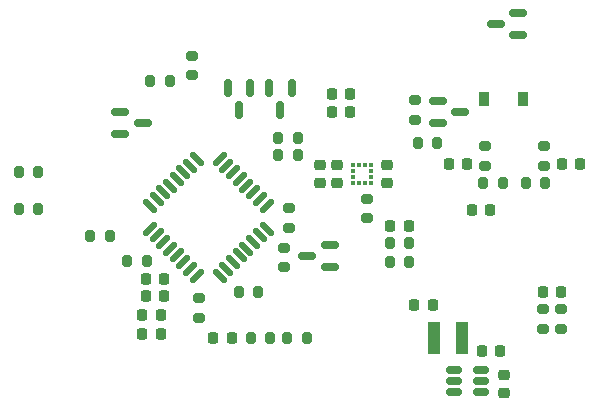
<source format=gbr>
%TF.GenerationSoftware,KiCad,Pcbnew,6.0.2-1.fc35*%
%TF.CreationDate,2022-04-22T15:47:54+02:00*%
%TF.ProjectId,LEDnode,4c45446e-6f64-4652-9e6b-696361645f70,rev?*%
%TF.SameCoordinates,Original*%
%TF.FileFunction,Paste,Bot*%
%TF.FilePolarity,Positive*%
%FSLAX46Y46*%
G04 Gerber Fmt 4.6, Leading zero omitted, Abs format (unit mm)*
G04 Created by KiCad (PCBNEW 6.0.2-1.fc35) date 2022-04-22 15:47:54*
%MOMM*%
%LPD*%
G01*
G04 APERTURE LIST*
G04 Aperture macros list*
%AMRoundRect*
0 Rectangle with rounded corners*
0 $1 Rounding radius*
0 $2 $3 $4 $5 $6 $7 $8 $9 X,Y pos of 4 corners*
0 Add a 4 corners polygon primitive as box body*
4,1,4,$2,$3,$4,$5,$6,$7,$8,$9,$2,$3,0*
0 Add four circle primitives for the rounded corners*
1,1,$1+$1,$2,$3*
1,1,$1+$1,$4,$5*
1,1,$1+$1,$6,$7*
1,1,$1+$1,$8,$9*
0 Add four rect primitives between the rounded corners*
20,1,$1+$1,$2,$3,$4,$5,0*
20,1,$1+$1,$4,$5,$6,$7,0*
20,1,$1+$1,$6,$7,$8,$9,0*
20,1,$1+$1,$8,$9,$2,$3,0*%
G04 Aperture macros list end*
%ADD10RoundRect,0.200000X0.275000X-0.200000X0.275000X0.200000X-0.275000X0.200000X-0.275000X-0.200000X0*%
%ADD11RoundRect,0.225000X0.225000X0.250000X-0.225000X0.250000X-0.225000X-0.250000X0.225000X-0.250000X0*%
%ADD12RoundRect,0.150000X0.587500X0.150000X-0.587500X0.150000X-0.587500X-0.150000X0.587500X-0.150000X0*%
%ADD13RoundRect,0.150000X-0.587500X-0.150000X0.587500X-0.150000X0.587500X0.150000X-0.587500X0.150000X0*%
%ADD14RoundRect,0.225000X-0.225000X-0.250000X0.225000X-0.250000X0.225000X0.250000X-0.225000X0.250000X0*%
%ADD15RoundRect,0.150000X-0.150000X0.587500X-0.150000X-0.587500X0.150000X-0.587500X0.150000X0.587500X0*%
%ADD16RoundRect,0.200000X0.200000X0.275000X-0.200000X0.275000X-0.200000X-0.275000X0.200000X-0.275000X0*%
%ADD17RoundRect,0.225000X0.250000X-0.225000X0.250000X0.225000X-0.250000X0.225000X-0.250000X-0.225000X0*%
%ADD18RoundRect,0.200000X-0.200000X-0.275000X0.200000X-0.275000X0.200000X0.275000X-0.200000X0.275000X0*%
%ADD19RoundRect,0.225000X-0.250000X0.225000X-0.250000X-0.225000X0.250000X-0.225000X0.250000X0.225000X0*%
%ADD20RoundRect,0.150000X0.512500X0.150000X-0.512500X0.150000X-0.512500X-0.150000X0.512500X-0.150000X0*%
%ADD21RoundRect,0.200000X-0.275000X0.200000X-0.275000X-0.200000X0.275000X-0.200000X0.275000X0.200000X0*%
%ADD22R,0.375000X0.350000*%
%ADD23R,0.350000X0.375000*%
%ADD24R,0.900000X1.200000*%
%ADD25R,1.000000X2.750000*%
%ADD26RoundRect,0.125000X-0.353553X-0.530330X0.530330X0.353553X0.353553X0.530330X-0.530330X-0.353553X0*%
%ADD27RoundRect,0.125000X0.353553X-0.530330X0.530330X-0.353553X-0.353553X0.530330X-0.530330X0.353553X0*%
G04 APERTURE END LIST*
D10*
%TO.C,R10*%
X125500000Y-82925000D03*
X125500000Y-81275000D03*
%TD*%
D11*
%TO.C,C7*%
X93375000Y-94000000D03*
X91825000Y-94000000D03*
%TD*%
%TO.C,C8*%
X93075000Y-97200000D03*
X91525000Y-97200000D03*
%TD*%
D12*
%TO.C,Q5*%
X123300000Y-70000000D03*
X123300000Y-71900000D03*
X121425000Y-70950000D03*
%TD*%
D11*
%TO.C,C6*%
X93375000Y-92500000D03*
X91825000Y-92500000D03*
%TD*%
D13*
%TO.C,Q1*%
X89662500Y-80250000D03*
X89662500Y-78350000D03*
X91537500Y-79300000D03*
%TD*%
D14*
%TO.C,C17*%
X127025000Y-82800000D03*
X128575000Y-82800000D03*
%TD*%
D15*
%TO.C,Q2*%
X98750000Y-76362500D03*
X100650000Y-76362500D03*
X99700000Y-78237500D03*
%TD*%
D16*
%TO.C,R18*%
X93825000Y-75800000D03*
X92175000Y-75800000D03*
%TD*%
D11*
%TO.C,C15*%
X120975000Y-86700000D03*
X119425000Y-86700000D03*
%TD*%
D17*
%TO.C,C3*%
X122100000Y-102175000D03*
X122100000Y-100625000D03*
%TD*%
D18*
%TO.C,R17*%
X81075000Y-83500000D03*
X82725000Y-83500000D03*
%TD*%
D19*
%TO.C,C14*%
X108025000Y-82875000D03*
X108025000Y-84425000D03*
%TD*%
D10*
%TO.C,R11*%
X120500000Y-82925000D03*
X120500000Y-81275000D03*
%TD*%
D14*
%TO.C,C19*%
X112525000Y-88000000D03*
X114075000Y-88000000D03*
%TD*%
D16*
%TO.C,R1*%
X122050000Y-84400000D03*
X120400000Y-84400000D03*
%TD*%
D10*
%TO.C,R15*%
X127000000Y-96725000D03*
X127000000Y-95075000D03*
%TD*%
D12*
%TO.C,Q4*%
X107375000Y-89650000D03*
X107375000Y-91550000D03*
X105500000Y-90600000D03*
%TD*%
D19*
%TO.C,C13*%
X106525000Y-82875000D03*
X106525000Y-84425000D03*
%TD*%
D14*
%TO.C,C16*%
X117450000Y-82800000D03*
X119000000Y-82800000D03*
%TD*%
D16*
%TO.C,R6*%
X114125000Y-91100000D03*
X112475000Y-91100000D03*
%TD*%
D11*
%TO.C,C1*%
X116100000Y-94700000D03*
X114550000Y-94700000D03*
%TD*%
D20*
%TO.C,U4*%
X120175000Y-100200000D03*
X120175000Y-101150000D03*
X120175000Y-102100000D03*
X117900000Y-102100000D03*
X117900000Y-101150000D03*
X117900000Y-100200000D03*
%TD*%
D18*
%TO.C,R7*%
X123975000Y-84400000D03*
X125625000Y-84400000D03*
%TD*%
D16*
%TO.C,R21*%
X104675000Y-82050000D03*
X103025000Y-82050000D03*
%TD*%
D11*
%TO.C,C9*%
X93075000Y-95600000D03*
X91525000Y-95600000D03*
%TD*%
%TO.C,C11*%
X109087011Y-76875000D03*
X107537011Y-76875000D03*
%TD*%
D18*
%TO.C,R16*%
X81075000Y-86600000D03*
X82725000Y-86600000D03*
%TD*%
D21*
%TO.C,R25*%
X103900000Y-86525000D03*
X103900000Y-88175000D03*
%TD*%
D13*
%TO.C,Q6*%
X116525000Y-79350000D03*
X116525000Y-77450000D03*
X118400000Y-78400000D03*
%TD*%
D22*
%TO.C,U6*%
X110887500Y-82900000D03*
X110887500Y-83400000D03*
X110887500Y-83900000D03*
X110887500Y-84400000D03*
D23*
X110375000Y-84412500D03*
X109875000Y-84412500D03*
D22*
X109362500Y-84400000D03*
X109362500Y-83900000D03*
X109362500Y-83400000D03*
X109362500Y-82900000D03*
D23*
X109875000Y-82887500D03*
X110375000Y-82887500D03*
%TD*%
D11*
%TO.C,C20*%
X126975000Y-93600000D03*
X125425000Y-93600000D03*
%TD*%
D14*
%TO.C,C4*%
X120250000Y-98600000D03*
X121800000Y-98600000D03*
%TD*%
D11*
%TO.C,C18*%
X99075000Y-97500000D03*
X97525000Y-97500000D03*
%TD*%
D21*
%TO.C,R20*%
X110500000Y-85725000D03*
X110500000Y-87375000D03*
%TD*%
D16*
%TO.C,R5*%
X101325000Y-93600000D03*
X99675000Y-93600000D03*
%TD*%
D24*
%TO.C,D1*%
X123750000Y-77300000D03*
X120450000Y-77300000D03*
%TD*%
D16*
%TO.C,R22*%
X88775000Y-88850000D03*
X87125000Y-88850000D03*
%TD*%
D10*
%TO.C,R3*%
X96300000Y-95825000D03*
X96300000Y-94175000D03*
%TD*%
D11*
%TO.C,C10*%
X109087011Y-78375000D03*
X107537011Y-78375000D03*
%TD*%
D10*
%TO.C,R14*%
X125400000Y-96725000D03*
X125400000Y-95075000D03*
%TD*%
D15*
%TO.C,Q3*%
X102250000Y-76362500D03*
X104150000Y-76362500D03*
X103200000Y-78237500D03*
%TD*%
D17*
%TO.C,C12*%
X112225000Y-84425000D03*
X112225000Y-82875000D03*
%TD*%
D18*
%TO.C,R4*%
X90250000Y-91000000D03*
X91900000Y-91000000D03*
%TD*%
%TO.C,R19*%
X103025000Y-80550000D03*
X104675000Y-80550000D03*
%TD*%
D16*
%TO.C,R12*%
X114125000Y-89500000D03*
X112475000Y-89500000D03*
%TD*%
D10*
%TO.C,R13*%
X114600000Y-79025000D03*
X114600000Y-77375000D03*
%TD*%
D16*
%TO.C,R9*%
X105425000Y-97500000D03*
X103775000Y-97500000D03*
%TD*%
D21*
%TO.C,R23*%
X95750000Y-73625000D03*
X95750000Y-75275000D03*
%TD*%
D18*
%TO.C,R2*%
X100700000Y-97500000D03*
X102350000Y-97500000D03*
%TD*%
D25*
%TO.C,L1*%
X116250000Y-97500000D03*
X118550000Y-97500000D03*
%TD*%
D26*
%TO.C,U1*%
X96127728Y-92232070D03*
X95562043Y-91666384D03*
X94996357Y-91100699D03*
X94430672Y-90535014D03*
X93864986Y-89969328D03*
X93299301Y-89403643D03*
X92733616Y-88837957D03*
X92167930Y-88272272D03*
D27*
X92167930Y-86327728D03*
X92733616Y-85762043D03*
X93299301Y-85196357D03*
X93864986Y-84630672D03*
X94430672Y-84064986D03*
X94996357Y-83499301D03*
X95562043Y-82933616D03*
X96127728Y-82367930D03*
D26*
X98072272Y-82367930D03*
X98637957Y-82933616D03*
X99203643Y-83499301D03*
X99769328Y-84064986D03*
X100335014Y-84630672D03*
X100900699Y-85196357D03*
X101466384Y-85762043D03*
X102032070Y-86327728D03*
D27*
X102032070Y-88272272D03*
X101466384Y-88837957D03*
X100900699Y-89403643D03*
X100335014Y-89969328D03*
X99769328Y-90535014D03*
X99203643Y-91100699D03*
X98637957Y-91666384D03*
X98072272Y-92232070D03*
%TD*%
D21*
%TO.C,R24*%
X103500000Y-89875000D03*
X103500000Y-91525000D03*
%TD*%
D18*
%TO.C,R8*%
X114850000Y-81000000D03*
X116500000Y-81000000D03*
%TD*%
M02*

</source>
